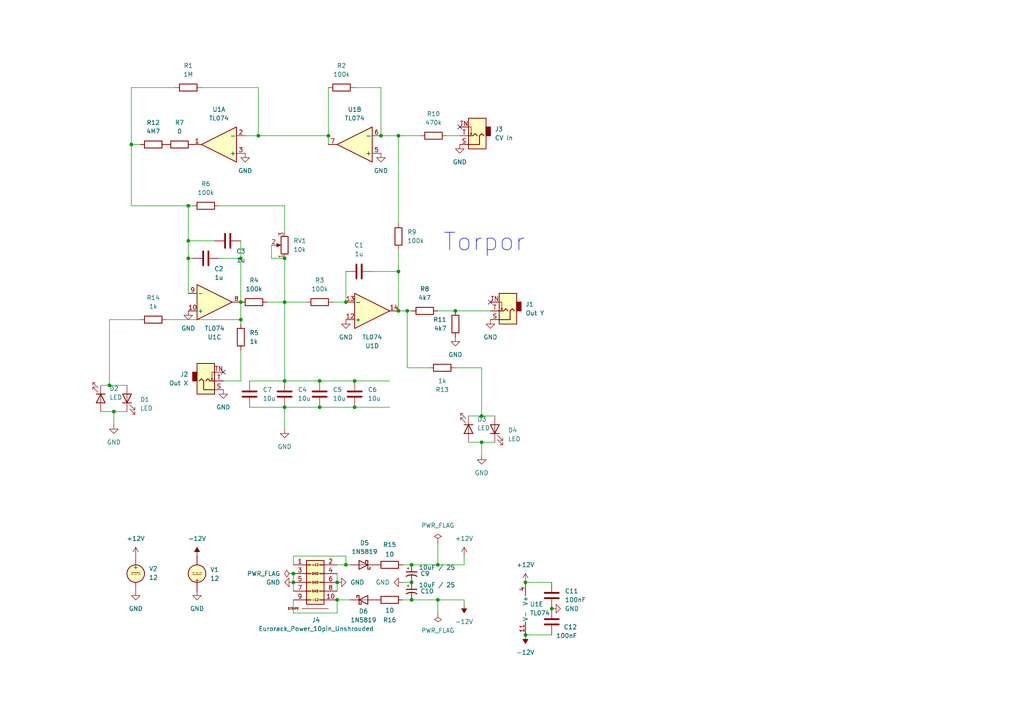
<source format=kicad_sch>
(kicad_sch (version 20231120) (generator "eeschema") (generator_version "8.0")
  (paper "A4")
  (lib_symbols
    (symbol "Amplifier_Operational:TL074" (pin_names (offset 0.127))
      (property "Reference" "U" (at 0 5.08 0))
      (property "Value" "TL074" (at 0 -5.08 0))
      (symbol "TL074_1_1"
        (polyline (pts (xy -5.08 5.08) (xy 5.08 0) (xy -5.08 -5.08) (xy -5.08 5.08)) (stroke (width 0.254)) (fill (type background)))
        (pin output line (at 7.62 0 180) (length 2.54) (name "~") (number "1"))
        (pin input line (at -7.62 -2.54 0) (length 2.54) (name "-") (number "2"))
        (pin input line (at -7.62 2.54 0) (length 2.54) (name "+") (number "3"))
      )
      (symbol "TL074_2_1"
        (polyline (pts (xy -5.08 5.08) (xy 5.08 0) (xy -5.08 -5.08) (xy -5.08 5.08)) (stroke (width 0.254)) (fill (type background)))
        (pin input line (at -7.62 2.54 0) (length 2.54) (name "+") (number "5"))
        (pin input line (at -7.62 -2.54 0) (length 2.54) (name "-") (number "6"))
        (pin output line (at 7.62 0 180) (length 2.54) (name "~") (number "7"))
      )
      (symbol "TL074_3_1"
        (polyline (pts (xy -5.08 5.08) (xy 5.08 0) (xy -5.08 -5.08) (xy -5.08 5.08)) (stroke (width 0.254)) (fill (type background)))
        (pin input line (at -7.62 2.54 0) (length 2.54) (name "+") (number "10"))
        (pin output line (at 7.62 0 180) (length 2.54) (name "~") (number "8"))
        (pin input line (at -7.62 -2.54 0) (length 2.54) (name "-") (number "9"))
      )
      (symbol "TL074_4_1"
        (polyline (pts (xy -5.08 5.08) (xy 5.08 0) (xy -5.08 -5.08) (xy -5.08 5.08)) (stroke (width 0.254)) (fill (type background)))
        (pin input line (at -7.62 2.54 0) (length 2.54) (name "+") (number "12"))
        (pin input line (at -7.62 -2.54 0) (length 2.54) (name "-") (number "13"))
        (pin output line (at 7.62 0 180) (length 2.54) (name "~") (number "14"))
      )
      (symbol "TL074_5_1"
        (pin power_in line (at -2.54 -7.62 90) (length 3.81) (name "V-") (number "11"))
        (pin power_in line (at -2.54 7.62 270) (length 3.81) (name "V+") (number "4"))
      )
    )
    (symbol "Connector_Audio:AudioJack2_SwitchT"
      (property "Reference" "J" (at 0 8.89 0))
      (property "Value" "AudioJack2_SwitchT" (at 0 6.35 0))
      (symbol "AudioJack2_SwitchT_0_1"
        (rectangle (start -2.54 0) (end -3.81 -2.54) (stroke (width 0.254)) (fill (type outline)))
        (polyline (pts (xy 1.778 -0.254) (xy 2.032 -0.762)))
        (polyline (pts (xy 0 0) (xy 0.635 -0.635) (xy 1.27 0) (xy 2.54 0)) (stroke (width 0.254)))
        (polyline (pts (xy 2.54 -2.54) (xy 1.778 -2.54) (xy 1.778 -0.254) (xy 1.524 -0.762)))
        (polyline (pts (xy 2.54 2.54) (xy -0.635 2.54) (xy -0.635 0) (xy -1.27 -0.635) (xy -1.905 0)) (stroke (width 0.254)))
        (rectangle (start 2.54 3.81) (end -2.54 -5.08) (stroke (width 0.254)) (fill (type background)))
      )
      (symbol "AudioJack2_SwitchT_1_1"
        (pin passive line (at 5.08 2.54 180) (length 2.54) (name "~") (number "S"))
        (pin passive line (at 5.08 0 180) (length 2.54) (name "~") (number "T"))
        (pin passive line (at 5.08 -2.54 180) (length 2.54) (name "~") (number "TN"))
      )
    )
    (symbol "Device:C" (pin_numbers hide) (pin_names (offset 0.254))
      (property "Reference" "C" (at 0.635 2.54 0))
      (property "Value" "C" (at 0.635 -2.54 0))
      (symbol "C_0_1"
        (polyline (pts (xy -2.032 -0.762) (xy 2.032 -0.762)) (stroke (width 0.508)))
        (polyline (pts (xy -2.032 0.762) (xy 2.032 0.762)) (stroke (width 0.508)))
      )
      (symbol "C_1_1"
        (pin passive line (at 0 3.81 270) (length 2.794) (name "~") (number "1"))
        (pin passive line (at 0 -3.81 90) (length 2.794) (name "~") (number "2"))
      )
    )
    (symbol "Device:LED" (pin_numbers hide) (pin_names (offset 1.016) hide)
      (property "Reference" "D" (at 0 2.54 0))
      (property "Value" "LED" (at 0 -2.54 0))
      (symbol "LED_0_1"
        (polyline (pts (xy -1.27 -1.27) (xy -1.27 1.27)) (stroke (width 0.254)))
        (polyline (pts (xy -1.27 0) (xy 1.27 0)))
        (polyline (pts (xy 1.27 -1.27) (xy 1.27 1.27) (xy -1.27 0) (xy 1.27 -1.27)) (stroke (width 0.254)))
        (polyline (pts (xy -3.048 -0.762) (xy -4.572 -2.286) (xy -3.81 -2.286) (xy -4.572 -2.286) (xy -4.572 -1.524)))
        (polyline (pts (xy -1.778 -0.762) (xy -3.302 -2.286) (xy -2.54 -2.286) (xy -3.302 -2.286) (xy -3.302 -1.524)))
      )
      (symbol "LED_1_1"
        (pin passive line (at -3.81 0 0) (length 2.54) (name "K") (number "1"))
        (pin passive line (at 3.81 0 180) (length 2.54) (name "A") (number "2"))
      )
    )
    (symbol "Device:R" (pin_numbers hide) (pin_names (offset 0))
      (property "Reference" "R" (at 2.032 0 90))
      (property "Value" "R" (at 0 0 90))
      (symbol "R_0_1"
        (rectangle (start -1.016 -2.54) (end 1.016 2.54) (stroke (width 0.254)))
      )
      (symbol "R_1_1"
        (pin passive line (at 0 3.81 270) (length 1.27) (name "~") (number "1"))
        (pin passive line (at 0 -3.81 90) (length 1.27) (name "~") (number "2"))
      )
    )
    (symbol "Device:R_Potentiometer" (pin_names (offset 1.016) hide)
      (property "Reference" "RV" (at -4.445 0 90))
      (property "Value" "R_Potentiometer" (at -2.54 0 90))
      (symbol "R_Potentiometer_0_1"
        (polyline (pts (xy 2.54 0) (xy 1.524 0)))
        (polyline (pts (xy 1.143 0) (xy 2.286 0.508) (xy 2.286 -0.508) (xy 1.143 0)) (fill (type outline)))
        (rectangle (start 1.016 2.54) (end -1.016 -2.54) (stroke (width 0.254)))
      )
      (symbol "R_Potentiometer_1_1"
        (pin passive line (at 0 3.81 270) (length 1.27) (name "1") (number "1"))
        (pin passive line (at 3.81 0 180) (length 1.27) (name "2") (number "2"))
        (pin passive line (at 0 -3.81 90) (length 1.27) (name "3") (number "3"))
      )
    )
    (symbol "Diode:1N5819" (pin_numbers hide) (pin_names (offset 1.016) hide)
      (property "Reference" "D" (at 0 2.54 0))
      (property "Value" "1N5819" (at 0 -2.54 0))
      (symbol "1N5819_0_1"
        (polyline (pts (xy 1.27 0) (xy -1.27 0)))
        (polyline (pts (xy 1.27 1.27) (xy 1.27 -1.27) (xy -1.27 0) (xy 1.27 1.27)) (stroke (width 0.254)))
        (polyline (pts (xy -1.905 0.635) (xy -1.905 1.27) (xy -1.27 1.27) (xy -1.27 -1.27) (xy -0.635 -1.27) (xy -0.635 -0.635)) (stroke (width 0.254)))
      )
      (symbol "1N5819_1_1"
        (pin passive line (at -3.81 0 0) (length 2.54) (name "K") (number "1"))
        (pin passive line (at 3.81 0 180) (length 2.54) (name "A") (number "2"))
      )
    )
    (symbol "PCM_4ms_Capacitor:47uF_5x5.3_16V" (pin_numbers hide) (pin_names (offset 0.254) hide)
      (property "Reference" "C" (at 1.905 1.27 0))
      (property "Display" "47uF/16V" (at 1.905 -1.27 0))
      (symbol "47uF_5x5.3_16V_0_1"
        (polyline (pts (xy -1.524 0.508) (xy 1.524 0.508)) (stroke (width 0.3048)))
        (polyline (pts (xy -1.27 1.524) (xy -0.762 1.524)))
        (polyline (pts (xy -1.016 1.27) (xy -1.016 1.778)))
        (arc (start 1.524 -0.762) (mid 0 -0.3734) (end -1.524 -0.762) (stroke (width 0.3048)))
      )
      (symbol "47uF_5x5.3_16V_1_1"
        (pin passive line (at 0 2.54 270) (length 2.032) (name "~") (number "1"))
        (pin passive line (at 0 -2.54 90) (length 2.032) (name "~") (number "2"))
      )
    )
    (symbol "PCM_4ms_Connector:Eurorack_Power_10pin_Unshrouded" (pin_names (offset 0.0254) hide)
      (property "Reference" "J" (at 0 3.81 0))
      (property "Value" "Eurorack_Power_10pin_Unshrouded" (at 0 6.35 0))
      (symbol "Eurorack_Power_10pin_Unshrouded_0_0"
        (text "+12" (at 0 1.27 0) (effects (font (size 0.635 0.635))))
        (text "-12" (at 0 -8.89 0) (effects (font (size 0.635 0.635))))
        (text "GND" (at 0 -6.35 0) (effects (font (size 0.635 0.635))))
        (text "GND" (at 0 -3.81 0) (effects (font (size 0.635 0.635))))
        (text "GND" (at 0 -1.27 0) (effects (font (size 0.635 0.635))))
        (text "STRIPE" (at -6.35 -11.43 0) (effects (font (size 0.635 0.635))))
      )
      (symbol "Eurorack_Power_10pin_Unshrouded_0_1"
        (rectangle (start -2.54 -10.16) (end 2.54 2.54) (stroke (width 0.254)) (fill (type background)))
        (rectangle (start -2.54 -8.763) (end -1.27 -9.017))
        (rectangle (start -2.54 -6.223) (end -1.27 -6.477))
        (rectangle (start -2.54 -3.683) (end -1.27 -3.937))
        (rectangle (start -2.54 -1.143) (end -1.27 -1.397))
        (rectangle (start -2.54 1.397) (end -1.27 1.143))
        (polyline (pts (xy -3.81 -11.43) (xy 3.81 -11.43) (xy 1.27 -11.43)))
        (rectangle (start 1.27 -8.763) (end 2.54 -9.017))
        (rectangle (start 1.27 -6.223) (end 2.54 -6.477))
        (rectangle (start 1.27 -3.683) (end 2.54 -3.937))
        (rectangle (start 1.27 -1.143) (end 2.54 -1.397))
        (rectangle (start 1.27 1.397) (end 2.54 1.143))
      )
      (symbol "Eurorack_Power_10pin_Unshrouded_1_1"
        (pin passive line (at -6.35 1.27 0) (length 3.81) (name "+12V") (number "1"))
        (pin passive line (at 6.35 -8.89 180) (length 3.81) (name "-12V") (number "10"))
        (pin passive line (at 6.35 1.27 180) (length 3.81) (name "+12V") (number "2"))
        (pin passive line (at -6.35 -1.27 0) (length 3.81) (name "GND") (number "3"))
        (pin passive line (at 6.35 -1.27 180) (length 3.81) (name "GND") (number "4"))
        (pin passive line (at -6.35 -3.81 0) (length 3.81) (name "GND") (number "5"))
        (pin passive line (at 6.35 -3.81 180) (length 3.81) (name "GND") (number "6"))
        (pin passive line (at -6.35 -6.35 0) (length 3.81) (name "GND") (number "7"))
        (pin passive line (at 6.35 -6.35 180) (length 3.81) (name "GND") (number "8"))
        (pin passive line (at -6.35 -8.89 0) (length 3.81) (name "-12V") (number "9"))
      )
    )
    (symbol "PCM_4ms_Power-symbol:+12V" (power) (pin_names (offset 0))
      (property "Value" "+12V" (at 0 3.556 0))
      (symbol "+12V_0_1"
        (polyline (pts (xy -0.762 1.27) (xy 0 2.54)))
        (polyline (pts (xy 0 0) (xy 0 2.54)))
        (polyline (pts (xy 0 2.54) (xy 0.762 1.27)))
      )
      (symbol "+12V_1_1"
        (pin power_in line (at 0 0 90) (length 0) hide (name "+12V") (number "1"))
      )
    )
    (symbol "PCM_4ms_Power-symbol:GND" (power) (pin_names (offset 0))
      (property "Value" "GND" (at 0 -3.81 0))
      (symbol "GND_0_1"
        (polyline (pts (xy 0 0) (xy 0 -1.27) (xy 1.27 -1.27) (xy 0 -2.54) (xy -1.27 -1.27) (xy 0 -1.27)))
      )
      (symbol "GND_1_1"
        (pin power_in line (at 0 0 270) (length 0) hide (name "GND") (number "1"))
      )
    )
    (symbol "Simulation_SPICE:VDC" (pin_numbers hide) (pin_names (offset 0.0254))
      (property "Reference" "V" (at 2.54 2.54 0))
      (property "Value" "1" (at 2.54 0 0))
      (symbol "VDC_0_0"
        (polyline (pts (xy -1.27 0.254) (xy 1.27 0.254)))
        (polyline (pts (xy -0.762 -0.254) (xy -1.27 -0.254)))
        (polyline (pts (xy 0.254 -0.254) (xy -0.254 -0.254)))
        (polyline (pts (xy 1.27 -0.254) (xy 0.762 -0.254)))
        (text "+" (at 0 1.905 0) (effects (font (size 1.27 1.27))))
      )
      (symbol "VDC_0_1"
        (circle (center 0 0) (radius 2.54) (stroke (width 0.254)) (fill (type background)))
      )
      (symbol "VDC_1_1"
        (pin passive line (at 0 5.08 270) (length 2.54) (name "~") (number "1"))
        (pin passive line (at 0 -5.08 90) (length 2.54) (name "~") (number "2"))
      )
    )
    (symbol "power:+12V" (power) (pin_numbers hide) (pin_names (offset 0) hide)
      (property "Value" "+12V" (at 0 3.556 0))
      (symbol "+12V_0_1"
        (polyline (pts (xy -0.762 1.27) (xy 0 2.54)))
        (polyline (pts (xy 0 0) (xy 0 2.54)))
        (polyline (pts (xy 0 2.54) (xy 0.762 1.27)))
      )
      (symbol "+12V_1_1"
        (pin power_in line (at 0 0 90) (length 0) (name "~") (number "1"))
      )
    )
    (symbol "power:-12V" (power) (pin_numbers hide) (pin_names (offset 0) hide)
      (property "Value" "-12V" (at 0 3.556 0))
      (symbol "-12V_0_0"
        (pin power_in line (at 0 0 90) (length 0) (name "~") (number "1"))
      )
      (symbol "-12V_0_1"
        (polyline (pts (xy 0 0) (xy 0 1.27) (xy 0.762 1.27) (xy 0 2.54) (xy -0.762 1.27) (xy 0 1.27)) (fill (type outline)))
      )
    )
    (symbol "power:GND" (power) (pin_numbers hide) (pin_names (offset 0) hide)
      (property "Value" "GND" (at 0 -3.81 0))
      (symbol "GND_0_1"
        (polyline (pts (xy 0 0) (xy 0 -1.27) (xy 1.27 -1.27) (xy 0 -2.54) (xy -1.27 -1.27) (xy 0 -1.27)))
      )
      (symbol "GND_1_1"
        (pin power_in line (at 0 0 270) (length 0) (name "~") (number "1"))
      )
    )
    (symbol "power:PWR_FLAG" (power) (pin_numbers hide) (pin_names (offset 0) hide)
      (property "Value" "PWR_FLAG" (at 0 3.81 0))
      (symbol "PWR_FLAG_0_0"
        (pin power_out line (at 0 0 90) (length 0) (name "~") (number "1"))
      )
      (symbol "PWR_FLAG_0_1"
        (polyline (pts (xy 0 0) (xy 0 1.27) (xy -1.016 1.905) (xy 0 2.54) (xy 1.016 1.905) (xy 0 1.27)))
      )
    )
  )
  (junction (at 119.38 163.83))
  (junction (at 54.61 74.93))
  (junction (at 102.87 110.49))
  (junction (at 95.25 39.37))
  (junction (at 82.55 74.93))
  (junction (at 102.87 118.11))
  (junction (at 127 163.83))
  (junction (at 85.09 168.91))
  (junction (at 100.33 87.63))
  (junction (at 82.55 87.63))
  (junction (at 152.4 184.15))
  (junction (at 82.55 110.49))
  (junction (at 82.55 118.11))
  (junction (at 92.71 118.11))
  (junction (at 139.7 120.65))
  (junction (at 31.75 111.76))
  (junction (at 38.1 41.91))
  (junction (at 119.38 173.99))
  (junction (at 119.38 168.91))
  (junction (at 97.79 173.99))
  (junction (at 152.4 168.91))
  (junction (at 127 173.99))
  (junction (at 160.02 176.53))
  (junction (at 69.85 74.93))
  (junction (at 33.02 119.38))
  (junction (at 74.93 39.37))
  (junction (at 69.85 92.71))
  (junction (at 54.61 69.85))
  (junction (at 115.57 39.37))
  (junction (at 85.09 166.37))
  (junction (at 115.57 90.17))
  (junction (at 118.11 90.17))
  (junction (at 54.61 59.69))
  (junction (at 115.57 78.74))
  (junction (at 132.08 90.17))
  (junction (at 69.85 87.63))
  (junction (at 110.49 39.37))
  (junction (at 97.79 168.91))
  (junction (at 139.7 128.27))
  (junction (at 100.33 163.83))
  (junction (at 92.71 110.49))
  (no_connect (at 133.35 36.83))
  (no_connect (at 142.24 87.63))
  (no_connect (at 64.77 107.95))
  (wire (pts (xy 110.49 25.4) (xy 110.49 39.37)))
  (wire (pts (xy 115.57 78.74) (xy 115.57 90.17)))
  (wire (pts (xy 152.4 168.91) (xy 160.02 168.91)))
  (wire (pts (xy 96.52 87.63) (xy 100.33 87.63)))
  (wire (pts (xy 63.5 74.93) (xy 69.85 74.93)))
  (wire (pts (xy 97.79 166.37) (xy 97.79 168.91)))
  (wire (pts (xy 82.55 87.63) (xy 88.9 87.63)))
  (wire (pts (xy 139.7 128.27) (xy 143.51 128.27)))
  (wire (pts (xy 31.75 111.76) (xy 36.83 111.76)))
  (wire (pts (xy 152.4 184.15) (xy 160.02 184.15)))
  (wire (pts (xy 115.57 72.39) (xy 115.57 78.74)))
  (wire (pts (xy 54.61 74.93) (xy 54.61 69.85)))
  (wire (pts (xy 139.7 128.27) (xy 135.89 128.27)))
  (wire (pts (xy 132.08 90.17) (xy 142.24 90.17)))
  (wire (pts (xy 127 163.83) (xy 134.62 163.83)))
  (wire (pts (xy 119.38 173.99) (xy 127 173.99)))
  (wire (pts (xy 31.75 92.71) (xy 40.64 92.71)))
  (wire (pts (xy 92.71 118.11) (xy 102.87 118.11)))
  (wire (pts (xy 69.85 110.49) (xy 64.77 110.49)))
  (wire (pts (xy 54.61 74.93) (xy 55.88 74.93)))
  (wire (pts (xy 69.85 69.85) (xy 69.85 74.93)))
  (wire (pts (xy 74.93 25.4) (xy 74.93 39.37)))
  (wire (pts (xy 54.61 85.09) (xy 54.61 74.93)))
  (wire (pts (xy 127 90.17) (xy 132.08 90.17)))
  (wire (pts (xy 118.11 106.68) (xy 124.46 106.68)))
  (wire (pts (xy 116.84 168.91) (xy 119.38 168.91)))
  (wire (pts (xy 118.11 90.17) (xy 119.38 90.17)))
  (wire (pts (xy 85.09 173.99) (xy 85.09 177.8)))
  (wire (pts (xy 100.33 163.83) (xy 101.6 163.83)))
  (wire (pts (xy 54.61 69.85) (xy 62.23 69.85)))
  (wire (pts (xy 72.39 110.49) (xy 82.55 110.49)))
  (wire (pts (xy 129.54 39.37) (xy 133.35 39.37)))
  (wire (pts (xy 115.57 39.37) (xy 110.49 39.37)))
  (wire (pts (xy 82.55 74.93) (xy 82.55 87.63)))
  (wire (pts (xy 40.64 41.91) (xy 38.1 41.91)))
  (wire (pts (xy 100.33 78.74) (xy 100.33 87.63)))
  (wire (pts (xy 127 157.48) (xy 127 163.83)))
  (wire (pts (xy 100.33 163.83) (xy 97.79 163.83)))
  (wire (pts (xy 82.55 87.63) (xy 82.55 110.49)))
  (wire (pts (xy 33.02 119.38) (xy 29.21 119.38)))
  (wire (pts (xy 139.7 132.08) (xy 139.7 128.27)))
  (wire (pts (xy 85.09 177.8) (xy 97.79 177.8)))
  (wire (pts (xy 82.55 67.31) (xy 82.55 59.69)))
  (wire (pts (xy 132.08 106.68) (xy 139.7 106.68)))
  (wire (pts (xy 33.02 119.38) (xy 36.83 119.38)))
  (wire (pts (xy 77.47 87.63) (xy 82.55 87.63)))
  (wire (pts (xy 85.09 168.91) (xy 85.09 171.45)))
  (wire (pts (xy 82.55 118.11) (xy 82.55 124.46)))
  (wire (pts (xy 85.09 166.37) (xy 85.09 168.91)))
  (wire (pts (xy 78.74 71.12) (xy 78.74 74.93)))
  (wire (pts (xy 95.25 25.4) (xy 95.25 39.37)))
  (wire (pts (xy 127 173.99) (xy 127 177.8)))
  (wire (pts (xy 102.87 118.11) (xy 113.03 118.11)))
  (wire (pts (xy 97.79 177.8) (xy 97.79 173.99)))
  (wire (pts (xy 69.85 87.63) (xy 69.85 92.71)))
  (wire (pts (xy 92.71 118.11) (xy 82.55 118.11)))
  (wire (pts (xy 82.55 110.49) (xy 92.71 110.49)))
  (wire (pts (xy 115.57 90.17) (xy 118.11 90.17)))
  (wire (pts (xy 134.62 173.99) (xy 134.62 175.26)))
  (wire (pts (xy 54.61 59.69) (xy 55.88 59.69)))
  (wire (pts (xy 97.79 173.99) (xy 101.6 173.99)))
  (wire (pts (xy 85.09 161.29) (xy 100.33 161.29)))
  (wire (pts (xy 119.38 163.83) (xy 127 163.83)))
  (wire (pts (xy 100.33 161.29) (xy 100.33 163.83)))
  (wire (pts (xy 74.93 39.37) (xy 71.12 39.37)))
  (wire (pts (xy 38.1 41.91) (xy 38.1 25.4)))
  (wire (pts (xy 115.57 39.37) (xy 115.57 64.77)))
  (wire (pts (xy 134.62 161.29) (xy 134.62 163.83)))
  (wire (pts (xy 78.74 74.93) (xy 82.55 74.93)))
  (wire (pts (xy 139.7 120.65) (xy 139.7 106.68)))
  (wire (pts (xy 85.09 163.83) (xy 85.09 161.29)))
  (wire (pts (xy 102.87 25.4) (xy 110.49 25.4)))
  (wire (pts (xy 69.85 101.6) (xy 69.85 110.49)))
  (wire (pts (xy 48.26 92.71) (xy 69.85 92.71)))
  (wire (pts (xy 92.71 110.49) (xy 102.87 110.49)))
  (wire (pts (xy 54.61 69.85) (xy 54.61 59.69)))
  (wire (pts (xy 97.79 168.91) (xy 97.79 171.45)))
  (wire (pts (xy 82.55 59.69) (xy 63.5 59.69)))
  (wire (pts (xy 69.85 74.93) (xy 69.85 87.63)))
  (wire (pts (xy 115.57 39.37) (xy 121.92 39.37)))
  (wire (pts (xy 58.42 25.4) (xy 74.93 25.4)))
  (wire (pts (xy 139.7 120.65) (xy 143.51 120.65)))
  (wire (pts (xy 127 173.99) (xy 134.62 173.99)))
  (wire (pts (xy 107.95 78.74) (xy 115.57 78.74)))
  (wire (pts (xy 118.11 106.68) (xy 118.11 90.17)))
  (wire (pts (xy 38.1 41.91) (xy 38.1 59.69)))
  (wire (pts (xy 54.61 59.69) (xy 38.1 59.69)))
  (wire (pts (xy 116.84 173.99) (xy 119.38 173.99)))
  (wire (pts (xy 69.85 92.71) (xy 69.85 93.98)))
  (wire (pts (xy 135.89 120.65) (xy 139.7 120.65)))
  (wire (pts (xy 116.84 163.83) (xy 119.38 163.83)))
  (wire (pts (xy 33.02 123.19) (xy 33.02 119.38)))
  (wire (pts (xy 95.25 41.91) (xy 95.25 39.37)))
  (wire (pts (xy 72.39 118.11) (xy 82.55 118.11)))
  (wire (pts (xy 31.75 92.71) (xy 31.75 111.76)))
  (wire (pts (xy 95.25 39.37) (xy 74.93 39.37)))
  (wire (pts (xy 29.21 111.76) (xy 31.75 111.76)))
  (wire (pts (xy 38.1 25.4) (xy 50.8 25.4)))
  (wire (pts (xy 102.87 110.49) (xy 113.03 110.49)))
  (text "Torpor" (at 140.462 70.358 0) (effects (font (size 5.08 5.08))))
  (symbol (lib_id "PCM_4ms_Power-symbol:GND") (at 160.02 176.53 90) (unit 1)
    (property "Reference" "#PWR023" (effects (hide yes)))
    (property "Value" "GND" (at 163.83 176.5299 90) (effects (justify right)))
  )
  (symbol (lib_id "Device:R") (at 52.07 41.91 90) (unit 1)
    (property "Reference" "R7" (at 52.07 35.56 90))
    (property "Value" "0" (at 52.07 38.1 90))
    (property "Footprint" "Resistor_SMD:R_0805_2012Metric_Pad1.20x1.40mm_HandSolder" (effects (hide yes)))
    (property "Description" "Resistor" (effects (hide yes)))
  )
  (symbol (lib_id "power:GND") (at 82.55 124.46 0) (unit 1)
    (property "Reference" "#PWR05" (effects (hide yes)))
    (property "Value" "GND" (at 82.55 129.54 0))
    (property "Description" "Power symbol creates a global label with name \"GND\" , ground" (effects (hide yes)))
  )
  (symbol (lib_id "power:-12V") (at 152.4 184.15 180) (unit 1)
    (property "Reference" "#PWR011" (effects (hide yes)))
    (property "Value" "-12V" (at 152.4 189.23 0))
    (property "Description" "Power symbol creates a global label with name \"-12V\"" (effects (hide yes)))
  )
  (symbol (lib_id "Connector_Audio:AudioJack2_SwitchT") (at 147.32 90.17 180) (unit 1) (exclude_from_sim yes)
    (property "Reference" "J1" (at 152.4 88.2649 0) (effects (justify right)))
    (property "Value" "Out Y" (at 152.4 90.8049 0) (effects (justify right)))
    (property "Footprint" "mort_mix:PJ398SM" (effects (hide yes)))
    (property "Description" "Audio Jack, 2 Poles (Mono / TS), Switched T Pole (Normalling)" (effects (hide yes)))
  )
  (symbol (lib_id "PCM_4ms_Capacitor:47uF_5x5.3_16V") (at 119.38 171.45 0) (unit 1) (exclude_from_sim yes)
    (property "Reference" "C10" (at 121.92 171.45 0) (effects (justify left)))
    (property "Value" "10uF / 25" (at 126.746 169.672 0))
    (property "Footprint" "Capacitor_THT:CP_Radial_D4.0mm_P2.00mm" (effects (hide yes)))
    (property "Description" "47uF, 16V, 20%, 5.00mmD*5.30mmH, 2000Hrs@85℃" (effects (hide yes)))
    (property "Specifications" "47uF, 16V, 20%, 5.00mmD*5.30mmH, 2000Hrs@85℃" (effects (hide yes)))
    (property "Manufacturer" "Lelon" (effects (hide yes)))
    (property "Part Number" "VE-470M1CTR-0505" (effects (hide yes)))
    (property "Display" "47uF/16V" (effects (hide yes)))
    (property "JLCPCB ID" "C134798" (effects (hide yes)))
  )
  (symbol (lib_id "Amplifier_Operational:TL074") (at 63.5 41.91 180) (unit 1)
    (property "Reference" "U1" (at 63.5 31.75 0))
    (property "Value" "TL074" (at 63.5 34.29 0))
    (property "Footprint" "Package_SO:SO-14_3.9x8.65mm_P1.27mm" (effects (hide yes)))
    (property "Datasheet" "http://www.ti.com/lit/ds/symlink/tl071.pdf" (effects (hide yes)))
    (property "Description" "Quad Low-Noise JFET-Input Operational Amplifiers, DIP-14/SOIC-14" (effects (hide yes)))
    (property "Sim.Library" "${KIPRJMOD}/../spice_models/TL074-quad.lib" (effects (hide yes)))
    (property "Sim.Name" "TL074c" (effects (hide yes)))
    (property "Sim.Device" "SUBCKT" (effects (hide yes)))
    (property "Sim.Pins" "1=1out 2=1in- 3=1in+ 4=vcc+ 5=2in+ 6=2in- 7=2out 8=3out 9=3in- 10=3in+ 11=vcc- 12=4in+ 13=4in- 14=4out" (effects (hide yes)))
  )
  (symbol (lib_id "power:GND") (at 54.61 90.17 0) (unit 1)
    (property "Reference" "#PWR01" (effects (hide yes)))
    (property "Value" "GND" (at 54.61 95.25 0))
    (property "Description" "Power symbol creates a global label with name \"GND\" , ground" (effects (hide yes)))
  )
  (symbol (lib_id "Device:R") (at 125.73 39.37 270) (unit 1)
    (property "Reference" "R10" (at 125.73 33.02 90))
    (property "Value" "470k" (at 125.73 35.56 90))
    (property "Footprint" "Resistor_SMD:R_0805_2012Metric_Pad1.20x1.40mm_HandSolder" (effects (hide yes)))
    (property "Description" "Resistor" (effects (hide yes)))
  )
  (symbol (lib_id "Amplifier_Operational:TL074") (at 62.23 87.63 0) (mirror x) (unit 3)
    (property "Reference" "U1" (at 62.23 97.79 0))
    (property "Value" "TL074" (at 62.23 95.25 0))
    (property "Footprint" "Package_SO:SO-14_3.9x8.65mm_P1.27mm" (effects (hide yes)))
    (property "Datasheet" "http://www.ti.com/lit/ds/symlink/tl071.pdf" (effects (hide yes)))
    (property "Description" "Quad Low-Noise JFET-Input Operational Amplifiers, DIP-14/SOIC-14" (effects (hide yes)))
    (property "Sim.Library" "${KIPRJMOD}/../spice_models/TL074-quad.lib" (effects (hide yes)))
    (property "Sim.Name" "TL074c" (effects (hide yes)))
    (property "Sim.Device" "SUBCKT" (effects (hide yes)))
    (property "Sim.Pins" "1=1out 2=1in- 3=1in+ 4=vcc+ 5=2in+ 6=2in- 7=2out 8=3out 9=3in- 10=3in+ 11=vcc- 12=4in+ 13=4in- 14=4out" (effects (hide yes)))
  )
  (symbol (lib_id "Device:R") (at 69.85 97.79 180) (unit 1)
    (property "Reference" "R5" (at 72.39 96.5199 0) (effects (justify right)))
    (property "Value" "1k" (at 72.39 99.0599 0) (effects (justify right)))
    (property "Footprint" "Resistor_SMD:R_0805_2012Metric_Pad1.20x1.40mm_HandSolder" (effects (hide yes)))
    (property "Description" "Resistor" (effects (hide yes)))
  )
  (symbol (lib_id "Device:C") (at 160.02 172.72 180) (unit 1) (exclude_from_sim yes)
    (property "Reference" "C11" (at 163.83 171.4499 0) (effects (justify right)))
    (property "Value" "100nF" (at 163.83 173.9899 0) (effects (justify right)))
    (property "Footprint" "Capacitor_SMD:C_0805_2012Metric_Pad1.18x1.45mm_HandSolder" (effects (hide yes)))
    (property "Description" "Unpolarized capacitor" (effects (hide yes)))
  )
  (symbol (lib_id "Connector_Audio:AudioJack2_SwitchT") (at 59.69 110.49 0) (mirror x) (unit 1) (exclude_from_sim yes)
    (property "Reference" "J2" (at 54.61 108.5849 0) (effects (justify right)))
    (property "Value" "Out X" (at 54.61 111.1249 0) (effects (justify right)))
    (property "Footprint" "mort_mix:PJ398SM" (effects (hide yes)))
    (property "Description" "Audio Jack, 2 Poles (Mono / TS), Switched T Pole (Normalling)" (effects (hide yes)))
  )
  (symbol (lib_id "Device:R") (at 44.45 92.71 270) (unit 1)
    (property "Reference" "R14" (at 44.45 86.36 90))
    (property "Value" "1k" (at 44.45 88.9 90))
    (property "Footprint" "Resistor_SMD:R_0805_2012Metric_Pad1.20x1.40mm_HandSolder" (effects (hide yes)))
    (property "Description" "Resistor" (effects (hide yes)))
  )
  (symbol (lib_id "Device:R") (at 132.08 93.98 0) (mirror y) (unit 1)
    (property "Reference" "R11" (at 129.54 92.7099 0) (effects (justify left)))
    (property "Value" "4k7" (at 129.54 95.2499 0) (effects (justify left)))
    (property "Footprint" "Resistor_SMD:R_0805_2012Metric_Pad1.20x1.40mm_HandSolder" (effects (hide yes)))
    (property "Description" "Resistor" (effects (hide yes)))
  )
  (symbol (lib_id "Device:R") (at 54.61 25.4 90) (unit 1)
    (property "Reference" "R1" (at 54.61 19.05 90))
    (property "Value" "1M" (at 54.61 21.59 90))
    (property "Footprint" "Resistor_SMD:R_0805_2012Metric_Pad1.20x1.40mm_HandSolder" (effects (hide yes)))
    (property "Description" "Resistor" (effects (hide yes)))
  )
  (symbol (lib_id "power:+12V") (at 152.4 168.91 0) (unit 1)
    (property "Reference" "#PWR010" (effects (hide yes)))
    (property "Value" "+12V" (at 152.4 163.83 0))
    (property "Description" "Power symbol creates a global label with name \"+12V\"" (effects (hide yes)))
  )
  (symbol (lib_id "Device:C") (at 92.71 114.3 180) (unit 1)
    (property "Reference" "C5" (at 96.52 113.0299 0) (effects (justify right)))
    (property "Value" "10u" (at 96.52 115.5699 0) (effects (justify right)))
    (property "Footprint" "Capacitor_SMD:C_0805_2012Metric_Pad1.18x1.45mm_HandSolder" (effects (hide yes)))
    (property "Description" "Unpolarized capacitor" (effects (hide yes)))
  )
  (symbol (lib_id "power:GND") (at 71.12 44.45 0) (unit 1)
    (property "Reference" "#PWR04" (effects (hide yes)))
    (property "Value" "GND" (at 71.12 49.53 0))
    (property "Description" "Power symbol creates a global label with name \"GND\" , ground" (effects (hide yes)))
  )
  (symbol (lib_id "Device:C") (at 160.02 180.34 0) (mirror x) (unit 1) (exclude_from_sim yes)
    (property "Reference" "C12" (at 167.386 181.864 0) (effects (justify right)))
    (property "Value" "100nF" (at 167.386 184.404 0) (effects (justify right)))
    (property "Footprint" "Capacitor_SMD:C_0805_2012Metric_Pad1.18x1.45mm_HandSolder" (effects (hide yes)))
    (property "Description" "Unpolarized capacitor" (effects (hide yes)))
  )
  (symbol (lib_id "Connector_Audio:AudioJack2_SwitchT") (at 138.43 39.37 180) (unit 1) (exclude_from_sim yes)
    (property "Reference" "J3" (at 143.51 37.4649 0) (effects (justify right)))
    (property "Value" "CV In" (at 143.51 40.0049 0) (effects (justify right)))
    (property "Footprint" "mort_mix:PJ398SM" (effects (hide yes)))
    (property "Description" "CV In" (effects (hide yes)))
  )
  (symbol (lib_id "PCM_4ms_Connector:Eurorack_Power_10pin_Unshrouded") (at 91.44 165.1 0) (unit 1) (exclude_from_sim yes)
    (property "Reference" "J4" (at 91.694 179.832 0))
    (property "Value" "Eurorack_Power_10pin_Unshrouded" (at 91.694 182.372 0))
    (property "Footprint" "mort_mix:PinHeader_2x05_P2.54mm_Vertical_shrouded" (effects (hide yes)))
    (property "Description" "HEADER 2x5 MALE PINS 0.100” 180deg" (effects (hide yes)))
    (property "Specifications" "HEADER 2x5 MALE PINS 0.100” 180deg" (effects (hide yes)))
    (property "Manufacturer" "TAD" (effects (hide yes)))
    (property "Part Number" "1-1002FBV0T" (effects (hide yes)))
  )
  (symbol (lib_id "power:PWR_FLAG") (at 127 157.48 0) (unit 1) (exclude_from_sim yes)
    (property "Reference" "#FLG01" (effects (hide yes)))
    (property "Value" "PWR_FLAG" (at 127 152.4 0))
    (property "Description" "Special symbol for telling ERC where power comes from" (effects (hide yes)))
  )
  (symbol (lib_id "PCM_4ms_Power-symbol:GND") (at 116.84 168.91 270) (unit 1) (exclude_from_sim yes)
    (property "Reference" "#PWR021" (effects (hide yes)))
    (property "Value" "GND" (at 113.03 168.9099 90) (effects (justify right)))
  )
  (symbol (lib_id "power:PWR_FLAG") (at 85.09 166.37 90) (unit 1) (exclude_from_sim yes)
    (property "Reference" "#FLG02" (effects (hide yes)))
    (property "Value" "PWR_FLAG" (at 81.28 166.3699 90) (effects (justify left)))
    (property "Description" "Special symbol for telling ERC where power comes from" (effects (hide yes)))
  )
  (symbol (lib_id "Device:C") (at 82.55 114.3 180) (unit 1)
    (property "Reference" "C4" (at 86.36 113.0299 0) (effects (justify right)))
    (property "Value" "10u" (at 86.36 115.5699 0) (effects (justify right)))
    (property "Footprint" "Capacitor_SMD:C_0805_2012Metric_Pad1.18x1.45mm_HandSolder" (effects (hide yes)))
    (property "Description" "Unpolarized capacitor" (effects (hide yes)))
  )
  (symbol (lib_id "Device:R") (at 128.27 106.68 90) (mirror x) (unit 1)
    (property "Reference" "R13" (at 128.27 113.03 90))
    (property "Value" "1k" (at 128.27 110.49 90))
    (property "Footprint" "Resistor_SMD:R_0805_2012Metric_Pad1.20x1.40mm_HandSolder" (effects (hide yes)))
    (property "Description" "Resistor" (effects (hide yes)))
  )
  (symbol (lib_id "Amplifier_Operational:TL074") (at 154.94 176.53 0) (unit 5)
    (property "Reference" "U1" (at 153.67 175.2599 0) (effects (justify left)))
    (property "Value" "TL074" (at 153.67 177.7999 0) (effects (justify left)))
    (property "Footprint" "Package_SO:SO-14_3.9x8.65mm_P1.27mm" (effects (hide yes)))
    (property "Datasheet" "http://www.ti.com/lit/ds/symlink/tl071.pdf" (effects (hide yes)))
    (property "Description" "Quad Low-Noise JFET-Input Operational Amplifiers, DIP-14/SOIC-14" (effects (hide yes)))
    (property "Sim.Library" "${KIPRJMOD}/../spice_models/TL074-quad.lib" (effects (hide yes)))
    (property "Sim.Name" "TL074c" (effects (hide yes)))
    (property "Sim.Device" "SUBCKT" (effects (hide yes)))
    (property "Sim.Pins" "1=1out 2=1in- 3=1in+ 4=vcc+ 5=2in+ 6=2in- 7=2out 8=3out 9=3in- 10=3in+ 11=vcc- 12=4in+ 13=4in- 14=4out" (effects (hide yes)))
  )
  (symbol (lib_id "PCM_4ms_Power-symbol:+12V") (at 134.62 161.29 0) (unit 1) (exclude_from_sim yes)
    (property "Reference" "#PWR018" (effects (hide yes)))
    (property "Value" "+12V" (at 134.62 156.21 0))
  )
  (symbol (lib_id "power:+12V") (at 39.37 161.29 0) (unit 1)
    (property "Reference" "#PWR012" (effects (hide yes)))
    (property "Value" "+12V" (at 39.37 156.21 0))
    (property "Description" "Power symbol creates a global label with name \"+12V\"" (effects (hide yes)))
  )
  (symbol (lib_id "PCM_4ms_Power-symbol:GND") (at 97.79 168.91 90) (unit 1) (exclude_from_sim yes)
    (property "Reference" "#PWR020" (effects (hide yes)))
    (property "Value" "GND" (at 101.6 168.9099 90) (effects (justify right)))
  )
  (symbol (lib_id "power:GND") (at 110.49 44.45 0) (unit 1)
    (property "Reference" "#PWR03" (effects (hide yes)))
    (property "Value" "GND" (at 110.49 49.53 0))
    (property "Description" "Power symbol creates a global label with name \"GND\" , ground" (effects (hide yes)))
  )
  (symbol (lib_id "Device:C") (at 59.69 74.93 90) (unit 1)
    (property "Reference" "C2" (at 63.5 77.978 90))
    (property "Value" "1u" (at 63.5 80.518 90))
    (property "Footprint" "Capacitor_SMD:C_0805_2012Metric_Pad1.18x1.45mm_HandSolder" (effects (hide yes)))
    (property "Description" "Unpolarized capacitor" (effects (hide yes)))
  )
  (symbol (lib_id "Device:LED") (at 29.21 115.57 270) (unit 1)
    (property "Reference" "D2" (at 31.75 112.7124 90) (effects (justify left)))
    (property "Value" "LED" (at 31.75 115.2524 90) (effects (justify left)))
    (property "Footprint" "LED_THT:LED_D3.0mm" (effects (hide yes)))
    (property "Description" "Light emitting diode" (effects (hide yes)))
    (property "Sim.Library" "${KIPRJMOD}\\..\\spice_models\\led.txt" (effects (hide yes)))
    (property "Sim.Name" "Dled_test" (effects (hide yes)))
    (property "Sim.Device" "D" (effects (hide yes)))
    (property "Sim.Pins" "1=K 2=A" (effects (hide yes)))
  )
  (symbol (lib_id "power:GND") (at 57.15 171.45 0) (unit 1)
    (property "Reference" "#PWR015" (effects (hide yes)))
    (property "Value" "GND" (at 57.15 176.53 0))
    (property "Description" "Power symbol creates a global label with name \"GND\" , ground" (effects (hide yes)))
  )
  (symbol (lib_id "Device:C") (at 72.39 114.3 180) (unit 1)
    (property "Reference" "C7" (at 76.2 113.0299 0) (effects (justify right)))
    (property "Value" "10u" (at 76.2 115.5699 0) (effects (justify right)))
    (property "Footprint" "Capacitor_SMD:C_0805_2012Metric_Pad1.18x1.45mm_HandSolder" (effects (hide yes)))
    (property "Description" "Unpolarized capacitor" (effects (hide yes)))
  )
  (symbol (lib_id "power:-12V") (at 134.62 175.26 180) (unit 1) (exclude_from_sim yes)
    (property "Reference" "#PWR022" (effects (hide yes)))
    (property "Value" "-12V" (at 134.62 180.34 0))
    (property "Description" "Power symbol creates a global label with name \"-12V\"" (effects (hide yes)))
  )
  (symbol (lib_id "Diode:1N5819") (at 105.41 173.99 0) (unit 1) (exclude_from_sim yes)
    (property "Reference" "D6" (at 105.41 177.292 0))
    (property "Value" "1N5819" (at 105.41 179.832 0))
    (property "Footprint" "Diode_THT:D_DO-41_SOD81_P2.54mm_Vertical_AnodeUp" (effects (hide yes)))
    (property "Datasheet" "http://www.vishay.com/docs/88525/1n5817.pdf" (effects (hide yes)))
    (property "Description" "40V 1A Schottky Barrier Rectifier Diode, DO-41" (effects (hide yes)))
  )
  (symbol (lib_id "Diode:1N5819") (at 105.41 163.83 180) (unit 1) (exclude_from_sim yes)
    (property "Reference" "D5" (at 105.7275 157.48 0))
    (property "Value" "1N5819" (at 105.7275 160.02 0))
    (property "Footprint" "Diode_THT:D_DO-41_SOD81_P2.54mm_Vertical_AnodeUp" (effects (hide yes)))
    (property "Datasheet" "http://www.vishay.com/docs/88525/1n5817.pdf" (effects (hide yes)))
    (property "Description" "40V 1A Schottky Barrier Rectifier Diode, DO-41" (effects (hide yes)))
  )
  (symbol (lib_id "Device:R") (at 59.69 59.69 90) (unit 1)
    (property "Reference" "R6" (at 59.69 53.34 90))
    (property "Value" "100k" (at 59.69 55.88 90))
    (property "Footprint" "Resistor_SMD:R_0805_2012Metric_Pad1.20x1.40mm_HandSolder" (effects (hide yes)))
    (property "Description" "Resistor" (effects (hide yes)))
  )
  (symbol (lib_id "Device:LED") (at 135.89 124.46 270) (unit 1)
    (property "Reference" "D3" (at 138.43 121.6024 90) (effects (justify left)))
    (property "Value" "LED" (at 138.43 124.1424 90) (effects (justify left)))
    (property "Footprint" "LED_THT:LED_D3.0mm" (effects (hide yes)))
    (property "Description" "Light emitting diode" (effects (hide yes)))
    (property "Sim.Library" "${KIPRJMOD}\\..\\spice_models\\led.txt" (effects (hide yes)))
    (property "Sim.Name" "Dled_test" (effects (hide yes)))
    (property "Sim.Device" "D" (effects (hide yes)))
    (property "Sim.Pins" "1=K 2=A" (effects (hide yes)))
  )
  (symbol (lib_id "Device:R") (at 113.03 163.83 270) (unit 1) (exclude_from_sim yes)
    (property "Reference" "R15" (at 113.03 157.988 90))
    (property "Value" "10" (at 113.03 160.782 90))
    (property "Footprint" "Resistor_THT:R_Axial_DIN0204_L3.6mm_D1.6mm_P1.90mm_Vertical" (effects (hide yes)))
    (property "Description" "Resistor" (effects (hide yes)))
  )
  (symbol (lib_id "Device:C") (at 104.14 78.74 90) (unit 1)
    (property "Reference" "C1" (at 104.14 71.12 90))
    (property "Value" "1u" (at 104.14 73.66 90))
    (property "Footprint" "Capacitor_SMD:C_0805_2012Metric_Pad1.18x1.45mm_HandSolder" (effects (hide yes)))
    (property "Description" "Unpolarized capacitor" (effects (hide yes)))
  )
  (symbol (lib_id "Device:R") (at 99.06 25.4 90) (unit 1)
    (property "Reference" "R2" (at 99.06 19.05 90))
    (property "Value" "100k" (at 99.06 21.59 90))
    (property "Footprint" "Resistor_SMD:R_0805_2012Metric_Pad1.20x1.40mm_HandSolder" (effects (hide yes)))
    (property "Description" "Resistor" (effects (hide yes)))
  )
  (symbol (lib_id "power:PWR_FLAG") (at 127 177.8 180) (unit 1) (exclude_from_sim yes)
    (property "Reference" "#FLG03" (effects (hide yes)))
    (property "Value" "PWR_FLAG" (at 127 182.88 0))
    (property "Description" "Special symbol for telling ERC where power comes from" (effects (hide yes)))
  )
  (symbol (lib_id "power:GND") (at 133.35 41.91 0) (unit 1)
    (property "Reference" "#PWR09" (effects (hide yes)))
    (property "Value" "GND" (at 133.35 46.99 0))
    (property "Description" "Power symbol creates a global label with name \"GND\" , ground" (effects (hide yes)))
  )
  (symbol (lib_id "power:GND") (at 33.02 123.19 0) (unit 1)
    (property "Reference" "#PWR06" (effects (hide yes)))
    (property "Value" "GND" (at 33.02 128.27 0))
    (property "Description" "Power symbol creates a global label with name \"GND\" , ground" (effects (hide yes)))
  )
  (symbol (lib_id "Device:R") (at 113.03 173.99 90) (unit 1) (exclude_from_sim yes)
    (property "Reference" "R16" (at 113.03 179.832 90))
    (property "Value" "10" (at 113.03 177.038 90))
    (property "Footprint" "Resistor_THT:R_Axial_DIN0204_L3.6mm_D1.6mm_P1.90mm_Vertical" (effects (hide yes)))
    (property "Description" "Resistor" (effects (hide yes)))
  )
  (symbol (lib_id "power:GND") (at 139.7 132.08 0) (unit 1)
    (property "Reference" "#PWR017" (effects (hide yes)))
    (property "Value" "GND" (at 139.7 137.16 0))
    (property "Description" "Power symbol creates a global label with name \"GND\" , ground" (effects (hide yes)))
  )
  (symbol (lib_id "power:GND") (at 132.08 97.79 0) (unit 1)
    (property "Reference" "#PWR016" (effects (hide yes)))
    (property "Value" "GND" (at 132.08 102.87 0))
    (property "Description" "Power symbol creates a global label with name \"GND\" , ground" (effects (hide yes)))
  )
  (symbol (lib_id "Device:LED") (at 36.83 115.57 90) (unit 1)
    (property "Reference" "D1" (at 40.64 115.8874 90) (effects (justify right)))
    (property "Value" "LED" (at 40.64 118.4274 90) (effects (justify right)))
    (property "Footprint" "LED_THT:LED_D3.0mm" (effects (hide yes)))
    (property "Description" "Light emitting diode" (effects (hide yes)))
    (property "Sim.Device" "D" (effects (hide yes)))
    (property "Sim.Pins" "1=K 2=A" (effects (hide yes)))
    (property "Sim.Library" "${KIPRJMOD}\\..\\spice_models\\led.txt" (effects (hide yes)))
    (property "Sim.Name" "Dled_test" (effects (hide yes)))
  )
  (symbol (lib_id "power:GND") (at 64.77 113.03 0) (unit 1)
    (property "Reference" "#PWR07" (effects (hide yes)))
    (property "Value" "GND" (at 64.77 118.11 0))
    (property "Description" "Power symbol creates a global label with name \"GND\" , ground" (effects (hide yes)))
  )
  (symbol (lib_id "power:GND") (at 39.37 171.45 0) (unit 1)
    (property "Reference" "#PWR013" (effects (hide yes)))
    (property "Value" "GND" (at 39.37 176.53 0))
    (property "Description" "Power symbol creates a global label with name \"GND\" , ground" (effects (hide yes)))
  )
  (symbol (lib_id "Amplifier_Operational:TL074") (at 107.95 90.17 0) (mirror x) (unit 4)
    (property "Reference" "U1" (at 107.95 100.33 0))
    (property "Value" "TL074" (at 107.95 97.79 0))
    (property "Footprint" "Package_SO:SO-14_3.9x8.65mm_P1.27mm" (effects (hide yes)))
    (property "Datasheet" "http://www.ti.com/lit/ds/symlink/tl071.pdf" (effects (hide yes)))
    (property "Description" "Quad Low-Noise JFET-Input Operational Amplifiers, DIP-14/SOIC-14" (effects (hide yes)))
    (property "Sim.Library" "${KIPRJMOD}/../spice_models/TL074-quad.lib" (effects (hide yes)))
    (property "Sim.Name" "TL074c" (effects (hide yes)))
    (property "Sim.Device" "SUBCKT" (effects (hide yes)))
    (property "Sim.Pins" "1=1out 2=1in- 3=1in+ 4=vcc+ 5=2in+ 6=2in- 7=2out 8=3out 9=3in- 10=3in+ 11=vcc- 12=4in+ 13=4in- 14=4out" (effects (hide yes)))
  )
  (symbol (lib_id "Amplifier_Operational:TL074") (at 102.87 41.91 180) (unit 2)
    (property "Reference" "U1" (at 102.87 31.75 0))
    (property "Value" "TL074" (at 102.87 34.29 0))
    (property "Footprint" "Package_SO:SO-14_3.9x8.65mm_P1.27mm" (effects (hide yes)))
    (property "Datasheet" "http://www.ti.com/lit/ds/symlink/tl071.pdf" (effects (hide yes)))
    (property "Description" "Quad Low-Noise JFET-Input Operational Amplifiers, DIP-14/SOIC-14" (effects (hide yes)))
    (property "Sim.Library" "${KIPRJMOD}/../spice_models/TL074-quad.lib" (effects (hide yes)))
    (property "Sim.Name" "TL074c" (effects (hide yes)))
    (property "Sim.Device" "SUBCKT" (effects (hide yes)))
    (property "Sim.Pins" "1=1out 2=1in- 3=1in+ 4=vcc+ 5=2in+ 6=2in- 7=2out 8=3out 9=3in- 10=3in+ 11=vcc- 12=4in+ 13=4in- 14=4out" (effects (hide yes)))
  )
  (symbol (lib_id "Simulation_SPICE:VDC") (at 57.15 166.37 180) (unit 1) (on_board no)
    (property "Reference" "V1" (at 60.96 165.2297 0) (effects (justify right)))
    (property "Value" "12" (at 60.96 167.7697 0) (effects (justify right)))
    (property "Datasheet" "https://ngspice.sourceforge.io/docs/ngspice-html-manual/manual.xhtml#sec_Independent_Sources_for" (effects (hide yes)))
    (property "Description" "Voltage source, DC" (effects (hide yes)))
    (property "Sim.Pins" "1=+ 2=-" (effects (hide yes)))
    (property "Sim.Type" "DC" (effects (hide yes)))
    (property "Sim.Device" "V" (effects (hide yes)))
  )
  (symbol (lib_id "Device:C") (at 102.87 114.3 180) (unit 1)
    (property "Reference" "C6" (at 106.68 113.0299 0) (effects (justify right)))
    (property "Value" "10u" (at 106.68 115.5699 0) (effects (justify right)))
    (property "Footprint" "Capacitor_SMD:C_0805_2012Metric_Pad1.18x1.45mm_HandSolder" (effects (hide yes)))
    (property "Description" "Unpolarized capacitor" (effects (hide yes)))
  )
  (symbol (lib_id "Device:R") (at 44.45 41.91 90) (unit 1)
    (property "Reference" "R12" (at 44.45 35.56 90))
    (property "Value" "4M7" (at 44.45 38.1 90))
    (property "Footprint" "Resistor_SMD:R_0805_2012Metric_Pad1.20x1.40mm_HandSolder" (effects (hide yes)))
    (property "Description" "Resistor" (effects (hide yes)))
  )
  (symbol (lib_id "Device:LED") (at 143.51 124.46 90) (unit 1)
    (property "Reference" "D4" (at 147.32 124.7774 90) (effects (justify right)))
    (property "Value" "LED" (at 147.32 127.3174 90) (effects (justify right)))
    (property "Footprint" "LED_THT:LED_D3.0mm" (effects (hide yes)))
    (property "Description" "Light emitting diode" (effects (hide yes)))
    (property "Sim.Device" "D" (effects (hide yes)))
    (property "Sim.Pins" "1=K 2=A" (effects (hide yes)))
    (property "Sim.Library" "${KIPRJMOD}\\..\\spice_models\\led.txt" (effects (hide yes)))
    (property "Sim.Name" "Dled_test" (effects (hide yes)))
  )
  (symbol (lib_id "Simulation_SPICE:VDC") (at 39.37 166.37 0) (unit 1) (on_board no)
    (property "Reference" "V2" (at 43.18 164.9701 0) (effects (justify left)))
    (property "Value" "12" (at 43.18 167.5101 0) (effects (justify left)))
    (property "Datasheet" "https://ngspice.sourceforge.io/docs/ngspice-html-manual/manual.xhtml#sec_Independent_Sources_for" (effects (hide yes)))
    (property "Description" "Voltage source, DC" (effects (hide yes)))
    (property "Sim.Pins" "1=+ 2=-" (effects (hide yes)))
    (property "Sim.Type" "DC" (effects (hide yes)))
    (property "Sim.Device" "V" (effects (hide yes)))
  )
  (symbol (lib_id "PCM_4ms_Power-symbol:GND") (at 85.09 168.91 270) (unit 1) (exclude_from_sim yes)
    (property "Reference" "#PWR019" (effects (hide yes)))
    (property "Value" "GND" (at 81.28 168.9099 90) (effects (justify right)))
  )
  (symbol (lib_id "Device:R") (at 92.71 87.63 90) (unit 1)
    (property "Reference" "R3" (at 92.71 81.28 90))
    (property "Value" "100k" (at 92.71 83.82 90))
    (property "Footprint" "Resistor_SMD:R_0805_2012Metric_Pad1.20x1.40mm_HandSolder" (effects (hide yes)))
    (property "Description" "Resistor" (effects (hide yes)))
  )
  (symbol (lib_id "power:-12V") (at 57.15 161.29 0) (unit 1)
    (property "Reference" "#PWR014" (effects (hide yes)))
    (property "Value" "-12V" (at 57.15 156.21 0))
    (property "Description" "Power symbol creates a global label with name \"-12V\"" (effects (hide yes)))
  )
  (symbol (lib_id "Device:R") (at 73.66 87.63 90) (unit 1)
    (property "Reference" "R4" (at 73.66 81.28 90))
    (property "Value" "100k" (at 73.66 83.82 90))
    (property "Footprint" "Resistor_SMD:R_0805_2012Metric_Pad1.20x1.40mm_HandSolder" (effects (hide yes)))
    (property "Description" "Resistor" (effects (hide yes)))
  )
  (symbol (lib_id "PCM_4ms_Capacitor:47uF_5x5.3_16V") (at 119.38 166.37 0) (unit 1) (exclude_from_sim yes)
    (property "Reference" "C9" (at 121.92 166.37 0) (effects (justify left)))
    (property "Value" "10uF / 25" (at 126.746 164.592 0))
    (property "Footprint" "Capacitor_THT:CP_Radial_D4.0mm_P2.00mm" (effects (hide yes)))
    (property "Description" "47uF, 16V, 20%, 5.00mmD*5.30mmH, 2000Hrs@85℃" (effects (hide yes)))
    (property "Specifications" "47uF, 16V, 20%, 5.00mmD*5.30mmH, 2000Hrs@85℃" (effects (hide yes)))
    (property "Manufacturer" "Lelon" (effects (hide yes)))
    (property "Part Number" "VE-470M1CTR-0505" (effects (hide yes)))
    (property "Display" "47uF/16V" (effects (hide yes)))
    (property "JLCPCB ID" "C134798" (effects (hide yes)))
  )
  (symbol (lib_id "power:GND") (at 142.24 92.71 0) (unit 1)
    (property "Reference" "#PWR08" (effects (hide yes)))
    (property "Value" "GND" (at 142.24 97.79 0))
    (property "Description" "Power symbol creates a global label with name \"GND\" , ground" (effects (hide yes)))
  )
  (symbol (lib_id "Device:R") (at 123.19 90.17 90) (unit 1)
    (property "Reference" "R8" (at 123.19 83.82 90))
    (property "Value" "4k7" (at 123.19 86.36 90))
    (property "Footprint" "Resistor_SMD:R_0805_2012Metric_Pad1.20x1.40mm_HandSolder" (effects (hide yes)))
    (property "Description" "Resistor" (effects (hide yes)))
  )
  (symbol (lib_id "power:GND") (at 100.33 92.71 0) (unit 1)
    (property "Reference" "#PWR02" (effects (hide yes)))
    (property "Value" "GND" (at 100.33 97.79 0))
    (property "Description" "Power symbol creates a global label with name \"GND\" , ground" (effects (hide yes)))
  )
  (symbol (lib_id "Device:R_Potentiometer") (at 82.55 71.12 180) (unit 1)
    (property "Reference" "RV1" (at 85.09 69.8499 0) (effects (justify right)))
    (property "Value" "10k" (at 85.09 72.3899 0) (effects (justify right)))
    (property "Footprint" "mort_mix:Potentiometer_Alpha_RD901F-40-00D_Single_Vertical_withhole" (effects (hide yes)))
    (property "Description" "Potentiometer" (effects (hide yes)))
    (property "Sim.Device" "R" (effects (hide yes)))
    (property "Sim.Pins" "1=+ 3=-" (effects (hide yes)))
    (property "Sim.Params" "r=5k" (effects (hide yes)))
  )
  (symbol (lib_id "Device:C") (at 66.04 69.85 90) (unit 1)
    (property "Reference" "C3" (at 69.85 72.898 90))
    (property "Value" "1u" (at 69.85 75.438 90))
    (property "Footprint" "Capacitor_SMD:C_0805_2012Metric_Pad1.18x1.45mm_HandSolder" (effects (hide yes)))
    (property "Description" "Unpolarized capacitor" (effects (hide yes)))
  )
  (symbol (lib_id "Device:R") (at 115.57 68.58 180) (unit 1)
    (property "Reference" "R9" (at 118.11 67.3099 0) (effects (justify right)))
    (property "Value" "100k" (at 118.11 69.8499 0) (effects (justify right)))
    (property "Footprint" "Resistor_SMD:R_0805_2012Metric_Pad1.20x1.40mm_HandSolder" (effects (hide yes)))
    (property "Description" "Resistor" (effects (hide yes)))
  )
)
</source>
